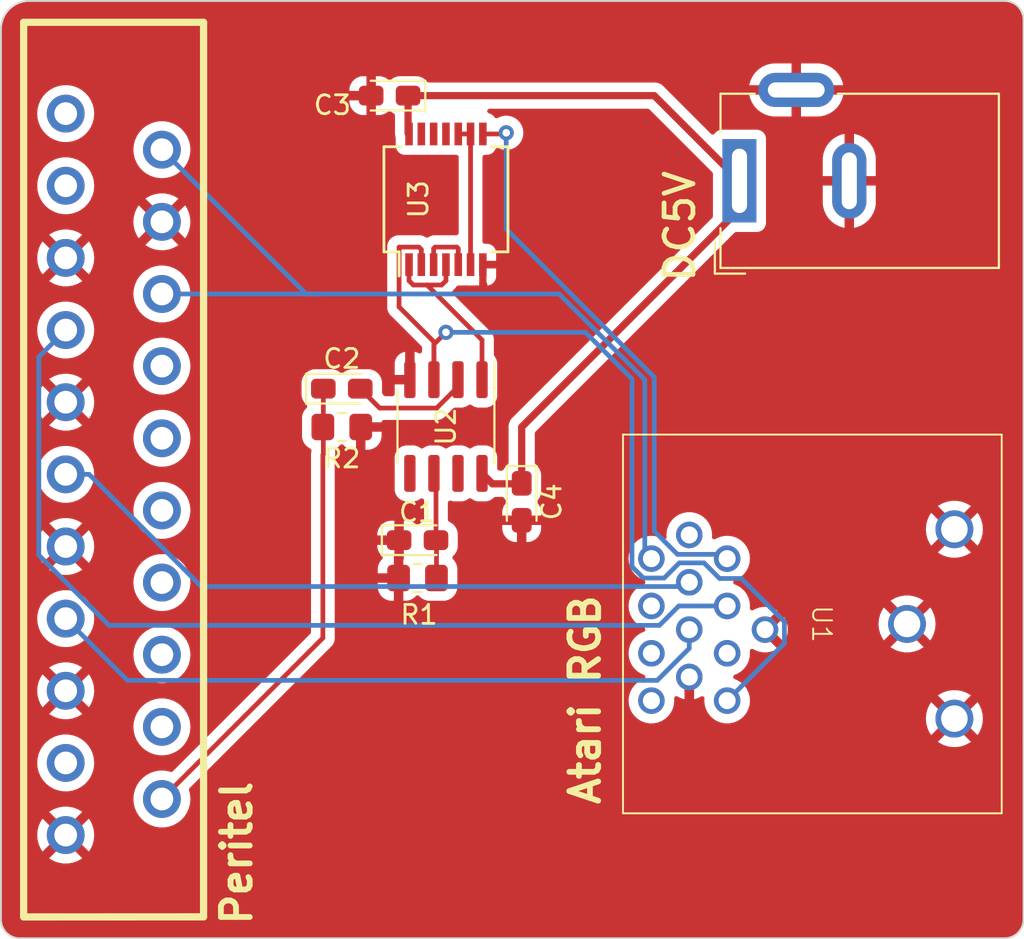
<source format=kicad_pcb>
(kicad_pcb (version 20221018) (generator pcbnew)
  (layers (0 "F.Cu" signal) (31 "B.Cu" signal) (34 "B.Paste" user) (35 "F.Paste" user) (36 "B.SilkS" user "B.Silkscreen") (37 "F.SilkS" user "F.Silkscreen") (38 "B.Mask" user) (39 "F.Mask" user) (44 "Edge.Cuts" user))
  (net 0 "")
  (net 1 "GND")
  (net 2 "Net-(U2-INT)")
  (net 3 "CVBS")
  (net 4 "Net-(U2-VIDEO)")
  (net 6 "AUDIO_L")
  (net 8 "VIDEO_B")
  (net 11 "VIDEO_G")
  (net 14 "VIDEO_R")
  (net 21 "HSYNC")
  (net 23 "VSYNC")
  (net 24 "Net-(U2-CSYNC)")
  (net 26 "+5V")
  (net 27 "Net-(U3-Pad3)")
  (net 28 "Net-(U3-Pad10)")
  (footprint "Package_SO:SSOP-14_5.3x6.2mm_P0.65mm" (layer "F.Cu") (at 141 71.475 90)
    (fp_text reference "U3" (at 0 -1.45 90) (layer "F.SilkS"))
    (fp_text value "74LS00")
    (fp_line (start -2.775 -3.275) (end -2.775 -2.475) (stroke (width 0.15)) (layer "F.SilkS"))
    (fp_line (start -2.775 -3.275) (end 2.775 -3.275) (stroke (width 0.15)) (layer "F.SilkS"))
    (fp_line (start -2.775 -2.475) (end -4.05 -2.475) (stroke (width 0.15)) (layer "F.SilkS"))
    (fp_line (start -2.775 3.275) (end -2.775 2.375) (stroke (width 0.15)) (layer "F.SilkS"))
    (fp_line (start -2.775 3.275) (end 2.775 3.275) (stroke (width 0.15)) (layer "F.SilkS"))
    (fp_line (start 2.775 -3.275) (end 2.775 -2.375) (stroke (width 0.15)) (layer "F.SilkS"))
    (fp_line (start 2.775 3.275) (end 2.775 2.375) (stroke (width 0.15)) (layer "F.SilkS"))
    (pad "1" smd rect (at -3.45 -1.95 90) (size 1.2 0.4) (layers "F.Cu" "F.Paste" "F.Mask") (net 24 "Net-(U2-CSYNC)"))
    (pad "2" smd rect (at -3.45 -1.3 90) (size 1.2 0.4) (layers "F.Cu" "F.Paste" "F.Mask") (net 23 "VSYNC"))
    (pad "3" smd rect (at -3.45 -0.65 90) (size 1.2 0.4) (layers "F.Cu" "F.Paste" "F.Mask") (net 27 "Net-(U3-Pad3)"))
    (pad "4" smd rect (at -3.45 0 90) (size 1.2 0.4) (layers "F.Cu" "F.Paste" "F.Mask") (net 24 "Net-(U2-CSYNC)"))
    (pad "5" smd rect (at -3.45 0.65 90) (size 1.2 0.4) (layers "F.Cu" "F.Paste" "F.Mask") (net 27 "Net-(U3-Pad3)"))
    (pad "6" smd rect (at -3.45 1.3 90) (size 1.2 0.4) (layers "F.Cu" "F.Paste" "F.Mask") (net 28 "Net-(U3-Pad10)"))
    (pad "7" smd rect (at -3.45 1.95 90) (size 1.2 0.4) (layers "F.Cu" "F.Paste" "F.Mask") (net 1 "GND"))
    (pad "8" smd rect (at 3.45 1.95 90) (size 1.2 0.4) (layers "F.Cu" "F.Paste" "F.Mask") (net 21 "HSYNC"))
    (pad "9" smd rect (at 3.45 1.3 90) (size 1.2 0.4) (layers "F.Cu" "F.Paste" "F.Mask") (net 28 "Net-(U3-Pad10)"))
    (pad "10" smd rect (at 3.45 0.65 90) (size 1.2 0.4) (layers "F.Cu" "F.Paste" "F.Mask") (net 28 "Net-(U3-Pad10)"))
    (pad "11" smd rect (at 3.45 0 90) (size 1.2 0.4) (layers "F.Cu" "F.Paste" "F.Mask"))
    (pad "12" smd rect (at 3.45 -0.65 90) (size 1.2 0.4) (layers "F.Cu" "F.Paste" "F.Mask"))
    (pad "13" smd rect (at 3.45 -1.3 90) (size 1.2 0.4) (layers "F.Cu" "F.Paste" "F.Mask"))
    (pad "14" smd rect (at 3.45 -1.95 90) (size 1.2 0.4) (layers "F.Cu" "F.Paste" "F.Mask") (net 26 "+5V"))
  )
  (footprint "Capacitor_Tantalum_SMD:CP_EIA-2012-15_AVX-P_Pad1.30x1.05mm_HandSolder" (layer "F.Cu") (at 138.025 66 180)
    (fp_text reference "C3" (at 3.025 -0.5) (layer "F.SilkS"))
    (fp_text value "0.1µF")
    (fp_line (start -1.885 -0.785) (end -1.885 0.785) (stroke (width 0.12)) (layer "F.SilkS"))
    (fp_line (start -1.885 0.785) (end 1 0.785) (stroke (width 0.12)) (layer "F.SilkS"))
    (fp_line (start 1 -0.785) (end -1.885 -0.785) (stroke (width 0.12)) (layer "F.SilkS"))
    (pad "1" smd roundrect (at -0.975 0 180) (size 1.3 1.05) (layers "F.Cu" "F.Paste" "F.Mask") (roundrect_rratio 0.238095) (net 26 "+5V"))
    (pad "2" smd roundrect (at 0.975 0 180) (size 1.3 1.05) (layers "F.Cu" "F.Paste" "F.Mask") (roundrect_rratio 0.238095) (net 1 "GND"))
  )
  (footprint "Capacitor_Tantalum_SMD:CP_EIA-2012-15_AVX-P_Pad1.30x1.05mm_HandSolder" (layer "F.Cu") (at 135.5 81.475)
    (fp_text reference "C2" (at 0 -1.58) (layer "F.SilkS"))
    (fp_text value "0.1µF")
    (fp_line (start -1.885 -0.785) (end -1.885 0.785) (stroke (width 0.12)) (layer "F.SilkS"))
    (fp_line (start -1.885 0.785) (end 1 0.785) (stroke (width 0.12)) (layer "F.SilkS"))
    (fp_line (start 1 -0.785) (end -1.885 -0.785) (stroke (width 0.12)) (layer "F.SilkS"))
    (pad "1" smd roundrect (at -0.975 0) (size 1.3 1.05) (layers "F.Cu" "F.Paste" "F.Mask") (roundrect_rratio 0.238095) (net 3 "CVBS"))
    (pad "2" smd roundrect (at 0.975 0) (size 1.3 1.05) (layers "F.Cu" "F.Paste" "F.Mask") (roundrect_rratio 0.238095) (net 4 "Net-(U2-VIDEO)"))
  )
  (footprint "Connector_BarrelJack:BarrelJack_Wuerth_6941xx301002" (layer "F.Cu") (at 156.5 70.5 90)
    (fp_text reference "J2" hide)
    (fp_text value "DC5V" (at -2.4 -3.15 270) (layer "F.SilkS") (effects (font (size 1.524 1.524) (thickness 0.25) bold)))
    (fp_line (start -4.9 -1.3) (end -4.9 0.3) (stroke (width 0.12)) (layer "F.SilkS"))
    (fp_line (start -4.6 -1) (end -2.5 -1) (stroke (width 0.12)) (layer "F.SilkS"))
    (fp_line (start -4.6 13.7) (end -4.6 -1) (stroke (width 0.12)) (layer "F.SilkS"))
    (fp_line (start -3.2 -1.3) (end -4.9 -1.3) (stroke (width 0.12)) (layer "F.SilkS"))
    (fp_line (start 2.5 -1) (end 4.6 -1) (stroke (width 0.12)) (layer "F.SilkS"))
    (fp_line (start 4.6 -1) (end 4.6 0.8) (stroke (width 0.12)) (layer "F.SilkS"))
    (fp_line (start 4.6 5.2) (end 4.6 13.7) (stroke (width 0.12)) (layer "F.SilkS"))
    (fp_line (start 4.6 13.7) (end -4.6 13.7) (stroke (width 0.12)) (layer "F.SilkS"))
    (pad "1" thru_hole rect (at 0 0 90) (size 4.4 1.8) (drill oval 3.4 0.8) (layers "*.Cu" "*.Mask") (net 26 "+5V"))
    (pad "2" thru_hole oval (at 0 5.8 90) (size 4 1.8) (drill oval 3 0.8) (layers "*.Cu" "*.Mask") (net 1 "GND"))
    (pad "3" thru_hole oval (at 4.8 3 180) (size 4 1.8) (drill oval 3 0.8) (layers "*.Cu" "*.Mask") (net 1 "GND"))
  )
  (footprint "Capacitor_Tantalum_SMD:CP_EIA-2012-15_AVX-P_Pad1.30x1.05mm_HandSolder" (layer "F.Cu") (at 145 87.45 -90)
    (fp_text reference "C4" (at 0 -1.58 90) (layer "F.SilkS"))
    (fp_text value "0.1µF")
    (fp_line (start -1.885 -0.785) (end -1.885 0.785) (stroke (width 0.12)) (layer "F.SilkS"))
    (fp_line (start -1.885 0.785) (end 1 0.785) (stroke (width 0.12)) (layer "F.SilkS"))
    (fp_line (start 1 -0.785) (end -1.885 -0.785) (stroke (width 0.12)) (layer "F.SilkS"))
    (pad "1" smd roundrect (at -0.975 0 270) (size 1.3 1.05) (layers "F.Cu" "F.Paste" "F.Mask") (roundrect_rratio 0.238095) (net 26 "+5V"))
    (pad "2" smd roundrect (at 0.975 0 270) (size 1.3 1.05) (layers "F.Cu" "F.Paste" "F.Mask") (roundrect_rratio 0.238095) (net 1 "GND"))
  )
  (footprint "Capacitor_Tantalum_SMD:CP_EIA-2012-15_AVX-P_Pad1.30x1.05mm_HandSolder" (layer "F.Cu") (at 139.5 89.475)
    (fp_text reference "C1" (at 0 -1.475) (layer "F.SilkS"))
    (fp_text value "0.1µ")
    (fp_line (start -1.885 -0.785) (end -1.885 0.785) (stroke (width 0.12)) (layer "F.SilkS"))
    (fp_line (start -1.885 0.785) (end 1 0.785) (stroke (width 0.12)) (layer "F.SilkS"))
    (fp_line (start 1 -0.785) (end -1.885 -0.785) (stroke (width 0.12)) (layer "F.SilkS"))
    (pad "1" smd roundrect (at -0.975 0) (size 1.3 1.05) (layers "F.Cu" "F.Paste" "F.Mask") (roundrect_rratio 0.238095) (net 1 "GND"))
    (pad "2" smd roundrect (at 0.975 0) (size 1.3 1.05) (layers "F.Cu" "F.Paste" "F.Mask") (roundrect_rratio 0.238095) (net 2 "Net-(U2-INT)"))
  )
  (footprint "Resistor_SMD:R_0805_2012Metric_Pad1.20x1.40mm_HandSolder" (layer "F.Cu") (at 135.5 83.5 180)
    (fp_text reference "R2" (at 0 -1.65) (layer "F.SilkS"))
    (fp_text value "75Ω")
    (fp_line (start -0.227064 -0.735) (end 0.227064 -0.735) (stroke (width 0.12)) (layer "F.SilkS"))
    (fp_line (start -0.227064 0.735) (end 0.227064 0.735) (stroke (width 0.12)) (layer "F.SilkS"))
    (pad "1" smd roundrect (at -1 0 180) (size 1.2 1.4) (layers "F.Cu" "F.Paste" "F.Mask") (roundrect_rratio 0.208333) (net 1 "GND"))
    (pad "2" smd roundrect (at 1 0 180) (size 1.2 1.4) (layers "F.Cu" "F.Paste" "F.Mask") (roundrect_rratio 0.208333) (net 3 "CVBS"))
  )
  (footprint "Resistor_SMD:R_0805_2012Metric_Pad1.20x1.40mm_HandSolder" (layer "F.Cu") (at 139.5 91.475)
    (fp_text reference "R1" (at 0.076589 1.938278) (layer "F.SilkS"))
    (fp_text value "680kΩ")
    (fp_line (start -0.227064 -0.735) (end 0.227064 -0.735) (stroke (width 0.12)) (layer "F.SilkS"))
    (fp_line (start -0.227064 0.735) (end 0.227064 0.735) (stroke (width 0.12)) (layer "F.SilkS"))
    (pad "1" smd roundrect (at -1 0) (size 1.2 1.4) (layers "F.Cu" "F.Paste" "F.Mask") (roundrect_rratio 0.208333) (net 1 "GND"))
    (pad "2" smd roundrect (at 1 0) (size 1.2 1.4) (layers "F.Cu" "F.Paste" "F.Mask") (roundrect_rratio 0.208333) (net 2 "Net-(U2-INT)"))
  )
  (footprint "sc1224-scart:SCART" (layer "F.Cu") (at 128.19964 86 90)
    (fp_text reference "J1")
    (fp_text value "Peritel" (at -20 1.75 270) (layer "F.SilkS") (effects (font (size 1.524 1.524) (thickness 0.3048))))
    (fp_line (start -23.372 -9.5) (end 23.872 -9.5) (stroke (width 0.381)) (layer "F.SilkS"))
    (fp_line (start -23.372 0) (end 23.872 0) (stroke (width 0.381)) (layer "F.SilkS"))
    (fp_line (start -23.368 0) (end -23.372 -9.5) (stroke (width 0.381)) (layer "F.SilkS"))
    (fp_line (start 23.872 -9.5) (end 23.872 0) (stroke (width 0.381)) (layer "F.SilkS"))
    (pad "1" thru_hole circle (at 19.05 -7.27964 90) (size 1.99898 1.99898) (drill 1.19888) (layers "*.Cu" "*.Mask"))
    (pad "2" thru_hole circle (at 17.145 -2.19964 90) (size 1.99898 1.99898) (drill 1.19888) (layers "*.Cu" "*.Mask") (net 6 "AUDIO_L"))
    (pad "3" thru_hole circle (at 15.24 -7.27964 90) (size 1.99898 1.99898) (drill 1.19888) (layers "*.Cu" "*.Mask"))
    (pad "4" thru_hole circle (at 13.335 -2.19964 90) (size 1.99898 1.99898) (drill 1.19888) (layers "*.Cu" "*.Mask") (net 1 "GND"))
    (pad "5" thru_hole circle (at 11.43 -7.27964 90) (size 1.99898 1.99898) (drill 1.19888) (layers "*.Cu" "*.Mask") (net 1 "GND"))
    (pad "6" thru_hole circle (at 9.525 -2.19964 90) (size 1.99898 1.99898) (drill 1.19888) (layers "*.Cu" "*.Mask") (net 6 "AUDIO_L"))
    (pad "7" thru_hole circle (at 7.62 -7.27964 90) (size 1.99898 1.99898) (drill 1.19888) (layers "*.Cu" "*.Mask") (net 8 "VIDEO_B"))
    (pad "8" thru_hole circle (at 5.715 -2.19964 90) (size 1.99898 1.99898) (drill 1.19888) (layers "*.Cu" "*.Mask"))
    (pad "9" thru_hole circle (at 3.81 -7.27964 90) (size 1.99898 1.99898) (drill 1.19888) (layers "*.Cu" "*.Mask") (net 1 "GND"))
    (pad "10" thru_hole circle (at 1.905 -2.19964 90) (size 1.99898 1.99898) (drill 1.19888) (layers "*.Cu" "*.Mask"))
    (pad "11" thru_hole circle (at 0 -7.27964 90) (size 1.99898 1.99898) (drill 1.19888) (layers "*.Cu" "*.Mask") (net 11 "VIDEO_G"))
    (pad "12" thru_hole circle (at -1.905 -2.19964 90) (size 1.99898 1.99898) (drill 1.19888) (layers "*.Cu" "*.Mask"))
    (pad "13" thru_hole circle (at -3.81 -7.27964 90) (size 1.99898 1.99898) (drill 1.19888) (layers "*.Cu" "*.Mask") (net 1 "GND"))
    (pad "14" thru_hole circle (at -5.715 -2.19964 90) (size 1.99898 1.99898) (drill 1.19888) (layers "*.Cu" "*.Mask"))
    (pad "15" thru_hole circle (at -7.62 -7.27964 90) (size 1.99898 1.99898) (drill 1.19888) (layers "*.Cu" "*.Mask") (net 14 "VIDEO_R"))
    (pad "16" thru_hole circle (at -9.525 -2.19964 90) (size 1.99898 1.99898) (drill 1.19888) (layers "*.Cu" "*.Mask"))
    (pad "17" thru_hole circle (at -11.43 -7.27964 90) (size 1.99898 1.99898) (drill 1.19888) (layers "*.Cu" "*.Mask") (net 1 "GND"))
    (pad "18" thru_hole circle (at -13.335 -2.19964 90) (size 1.99898 1.99898) (drill 1.19888) (layers "*.Cu" "*.Mask"))
    (pad "19" thru_hole circle (at -15.24 -7.27964 90) (size 1.99898 1.99898) (drill 1.19888) (layers "*.Cu" "*.Mask"))
    (pad "20" thru_hole circle (at -17.145 -2.19964 90) (size 1.99898 1.99898) (drill 1.19888) (layers "*.Cu" "*.Mask") (net 3 "CVBS"))
    (pad "21" thru_hole circle (at -19.05 -7.27964 90) (size 1.99898 1.99898) (drill 1.19888) (layers "*.Cu" "*.Mask") (net 1 "GND"))
  )
  (footprint "Package_SO:SOIC-8_3.9x4.9mm_P1.27mm" (layer "F.Cu") (at 141 83.475 -90)
    (fp_text reference "U2" (at 0 0 90) (layer "F.SilkS"))
    (fp_text value "LM1881")
    (fp_line (start 0 -2.56) (end -3.45 -2.56) (stroke (width 0.12)) (layer "F.SilkS"))
    (fp_line (start 0 -2.56) (end 1.95 -2.56) (stroke (width 0.12)) (layer "F.SilkS"))
    (fp_line (start 0 2.56) (end -1.95 2.56) (stroke (width 0.12)) (layer "F.SilkS"))
    (fp_line (start 0 2.56) (end 1.95 2.56) (stroke (width 0.12)) (layer "F.SilkS"))
    (pad "1" smd roundrect (at -2.475 -1.905 270) (size 1.95 0.6) (layers "F.Cu" "F.Paste" "F.Mask") (net 24 "Net-(U2-CSYNC)"))
    (pad "2" smd roundrect (at -2.475 -0.635 270) (size 1.95 0.6) (layers "F.Cu" "F.Paste" "F.Mask") (net 4 "Net-(U2-VIDEO)"))
    (pad "3" smd roundrect (at -2.475 0.635 270) (size 1.95 0.6) (layers "F.Cu" "F.Paste" "F.Mask") (net 23 "VSYNC"))
    (pad "4" smd roundrect (at -2.475 1.905 270) (size 1.95 0.6) (layers "F.Cu" "F.Paste" "F.Mask") (net 1 "GND"))
    (pad "5" smd roundrect (at 2.475 1.905 270) (size 1.95 0.6) (layers "F.Cu" "F.Paste" "F.Mask"))
    (pad "6" smd roundrect (at 2.475 0.635 270) (size 1.95 0.6) (layers "F.Cu" "F.Paste" "F.Mask") (net 2 "Net-(U2-INT)"))
    (pad "7" smd roundrect (at 2.475 -0.635 270) (size 1.95 0.6) (layers "F.Cu" "F.Paste" "F.Mask"))
    (pad "8" smd roundrect (at 2.475 -1.905 270) (size 1.95 0.6) (layers "F.Cu" "F.Paste" "F.Mask") (net 26 "+5V"))
  )
  (footprint "sc1224-scart:DIN-13" (layer "F.Cu") (at 170.35 93.9 -90)
    (fp_text reference "U1" (at 0 9.5 -90 unlocked) (layer "F.SilkS") (effects (font (thickness 0.1))))
    (fp_text value "Atari RGB" (at 4 22 90 unlocked) (layer "F.SilkS") (effects (font (size 1.524 1.524) (thickness 0.3048) bold)))
    (fp_line (start -10 0) (end 10 0) (stroke (width 0.1)) (layer "F.SilkS"))
    (fp_line (start -10 20) (end -10 0) (stroke (width 0.1)) (layer "F.SilkS"))
    (fp_line (start 10 0) (end 10 20) (stroke (width 0.1)) (layer "F.SilkS"))
    (fp_line (start 10 20) (end -10 20) (stroke (width 0.1)) (layer "F.SilkS"))
    (pad "" thru_hole circle (at -5 2.5 270) (size 2 2) (drill 1.4) (layers "*.Cu" "*.Mask") (net 1 "GND"))
    (pad "" thru_hole circle (at 0 5 270) (size 2 2) (drill 1.4) (layers "*.Cu" "*.Mask") (net 1 "GND"))
    (pad "" thru_hole circle (at 5 2.5 270) (size 2 2) (drill 1.4) (layers "*.Cu" "*.Mask") (net 1 "GND"))
    (pad "1" thru_hole circle (at -3.45 18.5 270) (size 1.4 1.4) (drill 0.9) (layers "*.Cu" "*.Mask") (net 6 "AUDIO_L"))
    (pad "2" thru_hole circle (at -0.95 18.5 270) (size 1.4 1.4) (drill 0.9) (layers "*.Cu" "*.Mask"))
    (pad "3" thru_hole circle (at 1.55 18.5 270) (size 1.4 1.4) (drill 0.9) (layers "*.Cu" "*.Mask"))
    (pad "4" thru_hole circle (at 4.05 18.5 270) (size 1.4 1.4) (drill 0.9) (layers "*.Cu" "*.Mask"))
    (pad "5" thru_hole circle (at -4.7 16.5 270) (size 1.4 1.4) (drill 0.9) (layers "*.Cu" "*.Mask"))
    (pad "6" thru_hole circle (at -2.2 16.5 270) (size 1.4 1.4) (drill 0.9) (layers "*.Cu" "*.Mask") (net 11 "VIDEO_G"))
    (pad "7" thru_hole circle (at 0.3 16.5 270) (size 1.4 1.4) (drill 0.9) (layers "*.Cu" "*.Mask") (net 14 "VIDEO_R"))
    (pad "8" thru_hole circle (at 2.8 16.5 270) (size 1.4 1.4) (drill 0.9) (layers "*.Cu" "*.Mask") (net 1 "GND"))
    (pad "9" thru_hole circle (at -3.45 14.5 270) (size 1.4 1.4) (drill 0.9) (layers "*.Cu" "*.Mask") (net 21 "HSYNC"))
    (pad "10" thru_hole circle (at -0.95 14.5 270) (size 1.4 1.4) (drill 0.9) (layers "*.Cu" "*.Mask") (net 8 "VIDEO_B"))
    (pad "11" thru_hole circle (at 1.55 14.5 270) (size 1.4 1.4) (drill 0.9) (layers "*.Cu" "*.Mask"))
    (pad "12" thru_hole circle (at 4.05 14.5 270) (size 1.4 1.4) (drill 0.9) (layers "*.Cu" "*.Mask") (net 23 "VSYNC"))
    (pad "13" thru_hole circle (at 0.3 12.5 270) (size 1.4 1.4) (drill 0.9) (layers "*.Cu" "*.Mask") (net 1 "GND"))
  )
  (gr_line (start 118.5 110.5) (end 170.5 110.5) (stroke (width 0.1)) (layer "Edge.Cuts"))
  (gr_arc (start 117.5 62.5) (mid 117.93934 61.43934) (end 119 61) (stroke (width 0.1)) (layer "Edge.Cuts"))
  (gr_arc (start 170.5 61) (mid 171.207107 61.292893) (end 171.5 62) (stroke (width 0.1)) (layer "Edge.Cuts"))
  (gr_line (start 171.5 100) (end 171.5 109.5) (stroke (width 0.1)) (layer "Edge.Cuts"))
  (gr_line (start 119 61) (end 170.5 61) (stroke (width 0.1)) (layer "Edge.Cuts"))
  (gr_line (start 171.5 62) (end 171.5 100) (stroke (width 0.1)) (layer "Edge.Cuts"))
  (gr_line (start 117.5 62.5) (end 117.5 109.5) (stroke (width 0.1)) (layer "Edge.Cuts"))
  (gr_arc (start 118.5 110.5) (mid 117.792893 110.207107) (end 117.5 109.5) (stroke (width 0.1)) (layer "Edge.Cuts"))
  (gr_arc (start 171.5 109.5) (mid 171.207107 110.207107) (end 170.5 110.5) (stroke (width 0.1)) (layer "Edge.Cuts"))
  (segment (start 143 76) (end 142.95 75.95) (width 0.381) (layer "F.Cu") (net 1))
  (segment (start 142.95 74.925) (end 142.95 75.95) (width 0.381) (layer "F.Cu") (net 1))
  (segment (start 153.85 96.7) (end 153.85 98.35) (width 0.508) (layer "F.Cu") (net 1))
  (segment (start 140.475 86.06) (end 140.365 85.95) (width 0.25) (layer "F.Cu") (net 2))
  (segment (start 140.5 91.475) (end 140.5 89.5) (width 0.25) (layer "F.Cu") (net 2))
  (segment (start 140.5 89.5) (end 140.475 89.475) (width 0.25) (layer "F.Cu") (net 2))
  (segment (start 140.475 89.475) (end 140.475 86.06) (width 0.25) (layer "F.Cu") (net 2))
  (segment (start 134.5 94.645) (end 134.5 84.975) (width 0.25) (layer "F.Cu") (net 3))
  (segment (start 126 103.145) (end 134.5 94.645) (width 0.25) (layer "F.Cu") (net 3))
  (segment (start 134.525 81.475) (end 134.525 84.95) (width 0.25) (layer "F.Cu") (net 3))
  (segment (start 134.525 84.95) (end 134.5 84.975) (width 0.25) (layer "F.Cu") (net 3))
  (segment (start 141.635 81.376751) (end 141.635 81) (width 0.25) (layer "F.Cu") (net 4))
  (segment (start 136.475 81.475) (end 137.5 82.5) (width 0.25) (layer "F.Cu") (net 4))
  (segment (start 140.511751 82.5) (end 141.635 81.376751) (width 0.25) (layer "F.Cu") (net 4))
  (segment (start 137.5 82.5) (end 140.511751 82.5) (width 0.25) (layer "F.Cu") (net 4))
  (segment (start 151.5 81) (end 151.5 90.1) (width 0.25) (layer "B.Cu") (net 6))
  (segment (start 146.975 76.475) (end 151.5 81) (width 0.25) (layer "B.Cu") (net 6))
  (segment (start 134.5 76.475) (end 146.975 76.475) (width 0.25) (layer "B.Cu") (net 6))
  (segment (start 126 68.855) (end 133.62 76.475) (width 0.25) (layer "B.Cu") (net 6))
  (segment (start 126 76.475) (end 134.5 76.475) (width 0.25) (layer "B.Cu") (net 6))
  (segment (start 133.62 76.475) (end 134.5 76.475) (width 0.25) (layer "B.Cu") (net 6))
  (segment (start 151.5 90.1) (end 151.85 90.45) (width 0.25) (layer "B.Cu") (net 6))
  (segment (start 155.85 92.95) (end 153.299569 92.95) (width 0.25) (layer "B.Cu") (net 8))
  (segment (start 119.5 79.8) (end 120.92 78.38) (width 0.25) (layer "B.Cu") (net 8))
  (segment (start 152.274569 93.975) (end 123.211888 93.975) (width 0.25) (layer "B.Cu") (net 8))
  (segment (start 119.5 90.263112) (end 119.5 79.8) (width 0.25) (layer "B.Cu") (net 8))
  (segment (start 123.211888 93.975) (end 119.5 90.263112) (width 0.25) (layer "B.Cu") (net 8))
  (segment (start 153.299569 92.95) (end 152.274569 93.975) (width 0.25) (layer "B.Cu") (net 8))
  (segment (start 122.158112 86) (end 128.083112 91.925) (width 0.25) (layer "B.Cu") (net 11))
  (segment (start 153.625 91.925) (end 153.85 91.7) (width 0.25) (layer "B.Cu") (net 11))
  (segment (start 128.083112 91.925) (end 153.625 91.925) (width 0.25) (layer "B.Cu") (net 11))
  (segment (start 120.92 86) (end 122.158112 86) (width 0.25) (layer "B.Cu") (net 11))
  (segment (start 152.158571 96.881378) (end 124.181378 96.881378) (width 0.25) (layer "B.Cu") (net 14))
  (segment (start 153.85 95.189949) (end 152.158571 96.881378) (width 0.25) (layer "B.Cu") (net 14))
  (segment (start 124.181378 96.881378) (end 120.92 93.62) (width 0.25) (layer "B.Cu") (net 14))
  (segment (start 153.85 94.2) (end 153.85 95.189949) (width 0.25) (layer "B.Cu") (net 14))
  (segment (start 144 68) (end 144.183175 67.963025) (width 0.25) (layer "F.Cu") (net 21))
  (segment (start 144.183175 67.963025) (end 143.975 68.025) (width 0.25) (layer "F.Cu") (net 21))
  (segment (start 142.95 68.025) (end 143.975 68.025) (width 0.25) (layer "F.Cu") (net 21))
  (via (at 144.183175 67.963025) (size 0.8) (drill 0.4) (layers "F.Cu" "B.Cu") (net 21))
  (segment (start 152 89) (end 153.225 90.225) (width 0.25) (layer "B.Cu") (net 21))
  (segment (start 153.225 90.225) (end 155.625 90.225) (width 0.25) (layer "B.Cu") (net 21))
  (segment (start 155.625 90.225) (end 155.85 90.45) (width 0.25) (layer "B.Cu") (net 21))
  (segment (start 152 80.863604) (end 152 89) (width 0.25) (layer "B.Cu") (net 21))
  (segment (start 144.183175 67.963025) (end 144.183175 73.046779) (width 0.25) (layer "B.Cu") (net 21))
  (segment (start 144.183175 73.046779) (end 152 80.863604) (width 0.25) (layer "B.Cu") (net 21))
  (segment (start 138.525 77.16) (end 138.525 74) (width 0.25) (layer "F.Cu") (net 23))
  (segment (start 140.365 79.135) (end 141 78.5) (width 0.25) (layer "F.Cu") (net 23))
  (segment (start 139.7 74.125) (end 139.7 74.925) (width 0.25) (layer "F.Cu") (net 23))
  (segment (start 138.525 74) (end 139.575 74) (width 0.25) (layer "F.Cu") (net 23))
  (segment (start 140.365 81) (end 140.365 79.135) (width 0.25) (layer "F.Cu") (net 23))
  (segment (start 139.575 74) (end 139.7 74.125) (width 0.25) (layer "F.Cu") (net 23))
  (segment (start 140.365 81) (end 140.365 79) (width 0.25) (layer "F.Cu") (net 23))
  (segment (start 140.365 79) (end 138.525 77.16) (width 0.25) (layer "F.Cu") (net 23))
  (via (at 141 78.5) (size 0.8) (drill 0.4) (layers "F.Cu" "B.Cu") (net 23))
  (segment (start 158.875 93.775431) (end 158.875 94.925) (width 0.25) (layer "B.Cu") (net 23))
  (segment (start 154.625431 90.675) (end 155.450431 91.5) (width 0.25) (layer "B.Cu") (net 23))
  (segment (start 153.325 90.675) (end 154.625431 90.675) (width 0.25) (layer "B.Cu") (net 23))
  (segment (start 148.363604 78.5) (end 150.825 80.961396) (width 0.25) (layer "B.Cu") (net 23))
  (segment (start 155.450431 91.5) (end 156.599569 91.5) (width 0.25) (layer "B.Cu") (net 23))
  (segment (start 156.599569 91.5) (end 158.875 93.775431) (width 0.25) (layer "B.Cu") (net 23))
  (segment (start 151.425431 91.475) (end 152.525 91.475) (width 0.25) (layer "B.Cu") (net 23))
  (segment (start 150.825 90.874569) (end 151.425431 91.475) (width 0.25) (layer "B.Cu") (net 23))
  (segment (start 152.525 91.475) (end 153.325 90.675) (width 0.25) (layer "B.Cu") (net 23))
  (segment (start 141 78.5) (end 148.363604 78.5) (width 0.25) (layer "B.Cu") (net 23))
  (segment (start 150.825 80.961396) (end 150.825 90.874569) (width 0.25) (layer "B.Cu") (net 23))
  (segment (start 158.875 94.925) (end 155.85 97.95) (width 0.25) (layer "B.Cu") (net 23))
  (segment (start 139.275 76) (end 140 76) (width 0.25) (layer "F.Cu") (net 24))
  (segment (start 140 76) (end 142.905 78.905) (width 0.25) (layer "F.Cu") (net 24))
  (segment (start 142.905 78.905) (end 142.905 81) (width 0.25) (layer "F.Cu") (net 24))
  (segment (start 139.05 75.775) (end 139.275 76) (width 0.25) (layer "F.Cu") (net 24))
  (segment (start 139.05 74.925) (end 139.05 75.775) (width 0.25) (layer "F.Cu") (net 24))
  (segment (start 140.775 76) (end 141 75.775) (width 0.25) (layer "F.Cu") (net 24))
  (segment (start 141 75.775) (end 141 74.925) (width 0.25) (layer "F.Cu") (net 24))
  (segment (start 140 76) (end 140.775 76) (width 0.25) (layer "F.Cu") (net 24))
  (segment (start 156.5 70.5) (end 156.5 72) (width 0.381) (layer "F.Cu") (net 26))
  (segment (start 156.5 72) (end 145 83.5) (width 0.381) (layer "F.Cu") (net 26))
  (segment (start 145 83.5) (end 145 86.475) (width 0.381) (layer "F.Cu") (net 26))
  (segment (start 156.5 70.5) (end 152 66) (width 0.381) (layer "F.Cu") (net 26))
  (segment (start 139 67.975) (end 139.05 68.025) (width 0.381) (layer "F.Cu") (net 26))
  (segment (start 152 66) (end 139 66) (width 0.381) (layer "F.Cu") (net 26))
  (segment (start 144.975 86.5) (end 143.455 86.5) (width 0.381) (layer "F.Cu") (net 26))
  (segment (start 145 86.475) (end 144.975 86.5) (width 0.381) (layer "F.Cu") (net 26))
  (segment (start 143.455 86.5) (end 142.905 85.95) (width 0.381) (layer "F.Cu") (net 26))
  (segment (start 139 66) (end 139 67.975) (width 0.381) (layer "F.Cu") (net 26))
  (segment (start 140.35 74.075) (end 140.425 74) (width 0.25) (layer "F.Cu") (net 27))
  (segment (start 141.65 74.075) (end 141.65 74.925) (width 0.25) (layer "F.Cu") (net 27))
  (segment (start 140.35 74.925) (end 140.35 74.075) (width 0.25) (layer "F.Cu") (net 27))
  (segment (start 141.575 74) (end 141.65 74.075) (width 0.25) (layer "F.Cu") (net 27))
  (segment (start 140.425 74) (end 141.575 74) (width 0.25) (layer "F.Cu") (net 27))
  (segment (start 141.65 68.025) (end 142.3 68.025) (width 0.25) (layer "F.Cu") (net 28))
  (segment (start 142.3 74.925) (end 142.3 68.025) (width 0.25) (layer "F.Cu") (net 28))
  (zone (net 1) (net_name "GND") (layer "F.Cu") (connect_pads (clearance 0.5)) (min_thickness 0.25) (fill yes (thermal_gap 0.5) (thermal_bridge_width 0.5))
    (polygon (pts (xy 117.5 61) (xy 171.5 61) (xy 171.5 110.5) (xy 117.5 110.5)))
  )
)
</source>
